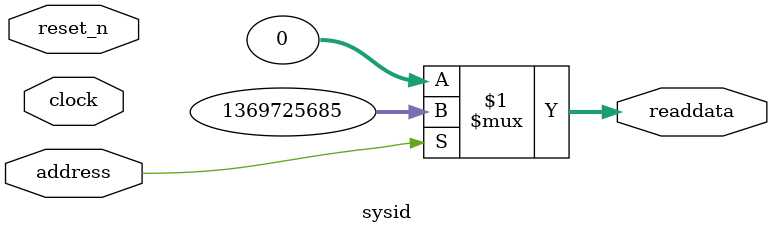
<source format=v>

`timescale 1ns / 1ps
// synthesis translate_on

// turn off superfluous verilog processor warnings 
// altera message_level Level1 
// altera message_off 10034 10035 10036 10037 10230 10240 10030 

module sysid (
               // inputs:
                address,
                clock,
                reset_n,

               // outputs:
                readdata
             )
;

  output  [ 31: 0] readdata;
  input            address;
  input            clock;
  input            reset_n;

  wire    [ 31: 0] readdata;
  //control_slave, which is an e_avalon_slave
  assign readdata = address ? 1369725685 : 0;

endmodule


</source>
